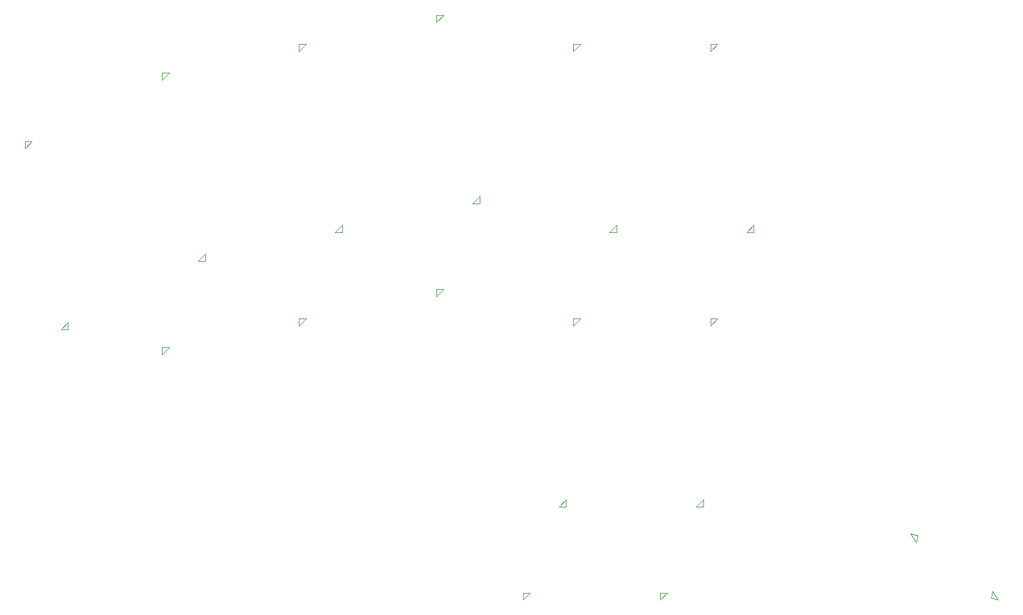
<source format=gbr>
%TF.GenerationSoftware,KiCad,Pcbnew,(5.1.10)-1*%
%TF.CreationDate,2021-08-19T22:28:45-05:00*%
%TF.ProjectId,LeftHand,4c656674-4861-46e6-942e-6b696361645f,rev?*%
%TF.SameCoordinates,Original*%
%TF.FileFunction,Legend,Bot*%
%TF.FilePolarity,Positive*%
%FSLAX46Y46*%
G04 Gerber Fmt 4.6, Leading zero omitted, Abs format (unit mm)*
G04 Created by KiCad (PCBNEW (5.1.10)-1) date 2021-08-19 22:28:45*
%MOMM*%
%LPD*%
G01*
G04 APERTURE LIST*
%ADD10C,0.120000*%
G04 APERTURE END LIST*
D10*
%TO.C,KX1*%
X57500000Y-54500000D02*
X56500000Y-54500000D01*
X56500000Y-54500000D02*
X56500000Y-55500000D01*
X56500000Y-55500000D02*
X57500000Y-54500000D01*
%TO.C,KT2_2*%
X153338823Y-93458706D02*
X152606222Y-92249038D01*
X152367689Y-93220172D02*
X153338823Y-93458706D01*
X152606222Y-92249038D02*
X152367689Y-93220172D01*
%TO.C,KT2_1*%
X141975275Y-85518933D02*
X142213809Y-84547798D01*
X142213809Y-84547798D02*
X141242675Y-84309265D01*
X141242675Y-84309265D02*
X141975275Y-85518933D01*
%TO.C,KA1*%
X43500000Y-45570000D02*
X42500000Y-46570000D01*
X43500000Y-46570000D02*
X43500000Y-45570000D01*
X42500000Y-46570000D02*
X43500000Y-46570000D01*
%TO.C,KB1*%
X114500000Y-54500000D02*
X113500000Y-54500000D01*
X113500000Y-54500000D02*
X113500000Y-55500000D01*
X113500000Y-55500000D02*
X114500000Y-54500000D01*
%TO.C,KC1*%
X76500000Y-50500000D02*
X75500000Y-50500000D01*
X75500000Y-50500000D02*
X75500000Y-51500000D01*
X75500000Y-51500000D02*
X76500000Y-50500000D01*
%TO.C,KD1*%
X81500000Y-37570000D02*
X80500000Y-38570000D01*
X81500000Y-38570000D02*
X81500000Y-37570000D01*
X80500000Y-38570000D02*
X81500000Y-38570000D01*
%TO.C,KE1*%
X76500000Y-12500000D02*
X75500000Y-12500000D01*
X75500000Y-12500000D02*
X75500000Y-13500000D01*
X75500000Y-13500000D02*
X76500000Y-12500000D01*
%TO.C,KESC1*%
X19500000Y-30000000D02*
X18500000Y-30000000D01*
X18500000Y-30000000D02*
X18500000Y-31000000D01*
X18500000Y-31000000D02*
X19500000Y-30000000D01*
%TO.C,KF1*%
X100500000Y-41570000D02*
X99500000Y-42570000D01*
X100500000Y-42570000D02*
X100500000Y-41570000D01*
X99500000Y-42570000D02*
X100500000Y-42570000D01*
%TO.C,KG1*%
X119500000Y-41570000D02*
X118500000Y-42570000D01*
X119500000Y-42570000D02*
X119500000Y-41570000D01*
X118500000Y-42570000D02*
X119500000Y-42570000D01*
%TO.C,KQ1*%
X38500000Y-20500000D02*
X37500000Y-20500000D01*
X37500000Y-20500000D02*
X37500000Y-21500000D01*
X37500000Y-21500000D02*
X38500000Y-20500000D01*
%TO.C,KR1*%
X95500000Y-16500000D02*
X94500000Y-16500000D01*
X94500000Y-16500000D02*
X94500000Y-17500000D01*
X94500000Y-17500000D02*
X95500000Y-16500000D01*
%TO.C,KS1*%
X62500000Y-41570000D02*
X61500000Y-42570000D01*
X62500000Y-42570000D02*
X62500000Y-41570000D01*
X61500000Y-42570000D02*
X62500000Y-42570000D01*
%TO.C,KT1*%
X114500000Y-16500000D02*
X113500000Y-16500000D01*
X113500000Y-16500000D02*
X113500000Y-17500000D01*
X113500000Y-17500000D02*
X114500000Y-16500000D01*
%TO.C,KTAB1*%
X24500000Y-55070000D02*
X23500000Y-56070000D01*
X24500000Y-56070000D02*
X24500000Y-55070000D01*
X23500000Y-56070000D02*
X24500000Y-56070000D01*
%TO.C,KTG_A1*%
X112500000Y-79570000D02*
X111500000Y-80570000D01*
X112500000Y-80570000D02*
X112500000Y-79570000D01*
X111500000Y-80570000D02*
X112500000Y-80570000D01*
%TO.C,KTG_B1*%
X93500000Y-79570000D02*
X92500000Y-80570000D01*
X93500000Y-80570000D02*
X93500000Y-79570000D01*
X92500000Y-80570000D02*
X93500000Y-80570000D01*
%TO.C,KTG_C1*%
X107500000Y-92500000D02*
X106500000Y-92500000D01*
X106500000Y-92500000D02*
X106500000Y-93500000D01*
X106500000Y-93500000D02*
X107500000Y-92500000D01*
%TO.C,KTG_D1*%
X88500000Y-92500000D02*
X87500000Y-92500000D01*
X87500000Y-92500000D02*
X87500000Y-93500000D01*
X87500000Y-93500000D02*
X88500000Y-92500000D01*
%TO.C,KV1*%
X95500000Y-54500000D02*
X94500000Y-54500000D01*
X94500000Y-54500000D02*
X94500000Y-55500000D01*
X94500000Y-55500000D02*
X95500000Y-54500000D01*
%TO.C,KW1*%
X57500000Y-16500000D02*
X56500000Y-16500000D01*
X56500000Y-16500000D02*
X56500000Y-17500000D01*
X56500000Y-17500000D02*
X57500000Y-16500000D01*
%TO.C,KZ1*%
X38500000Y-58500000D02*
X37500000Y-58500000D01*
X37500000Y-58500000D02*
X37500000Y-59500000D01*
X37500000Y-59500000D02*
X38500000Y-58500000D01*
%TD*%
M02*

</source>
